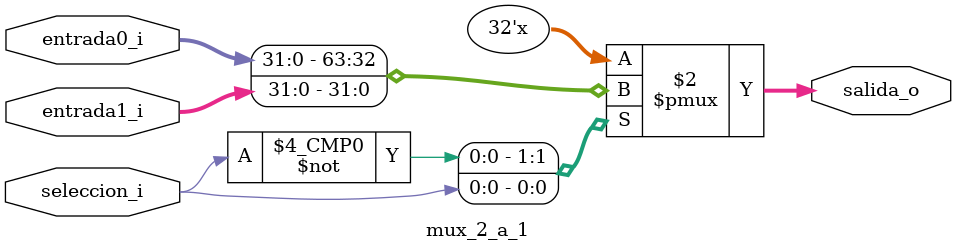
<source format=sv>
`timescale 1ns / 1ps

module mux_2_a_1 #(
    parameter int ANCHO = 32
)(
    input logic                     seleccion_i,
    input logic     [ANCHO-1:0]     entrada0_i,
    input logic     [ANCHO-1:0]     entrada1_i,   
    output logic    [ANCHO-1:0]     salida_o
    );
    
    always_comb begin 
        case (seleccion_i)
            1'b0: salida_o = entrada0_i;
            1'b1: salida_o = entrada1_i;
        endcase
    end
endmodule

</source>
